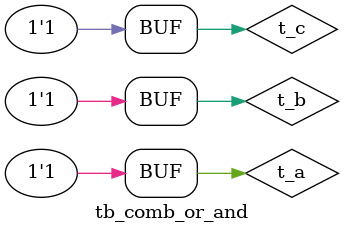
<source format=v>
`timescale 1ns / 1ps

module tb_comb_or_and;
    reg t_a, t_b, t_c; // t means test bench signal
    wire t_x;

    comb_or_and my_comb_ckt(.a(t_a), .b(t_b), .c(t_c), .x(t_x)); // connect test bench signals to the ports
    
    initial begin
        $monitor(t_a, t_b, t_c, t_x); // keeps track of inputs and outputs
    
        // 8 possible cases
        // give these test bench signals initial values in binary
        #5 // 5 ns time delay until execution of next line
        t_a = 1'b0;
        t_b = 1'b0;
        t_c = 1'b0;
    
        #5
        t_a = 1'b0;
        t_b = 1'b0;
        t_c = 1'b1;
    
        #5
        t_a = 1'b0;
        t_b = 1'b1;
        t_c = 1'b0;
    
        #5
        t_a = 1'b0;
        t_b = 1'b1;
        t_c = 1'b1;
    
        #5
        t_a = 1'b1;
        t_b = 1'b0;
        t_c = 1'b0;
    
        #5
        t_a = 1'b1;
        t_b = 1'b0;
        t_c = 1'b1;
    
        #5
        t_a = 1'b1;
        t_b = 1'b1;
        t_c = 1'b0;
    
        #5
        t_a = 1'b1;
        t_b = 1'b1;
        t_c = 1'b1;
    end
endmodule

</source>
